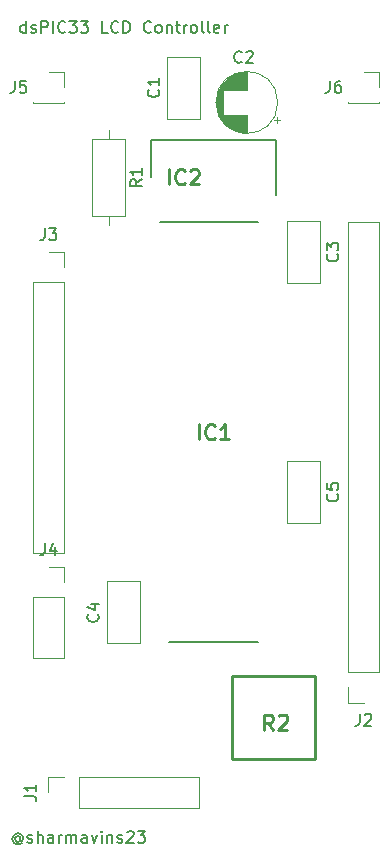
<source format=gbr>
%TF.GenerationSoftware,KiCad,Pcbnew,(5.1.9)-1*%
%TF.CreationDate,2021-01-02T17:40:18-05:00*%
%TF.ProjectId,dsPIC33-schematic,64735049-4333-4332-9d73-6368656d6174,rev?*%
%TF.SameCoordinates,Original*%
%TF.FileFunction,Legend,Top*%
%TF.FilePolarity,Positive*%
%FSLAX46Y46*%
G04 Gerber Fmt 4.6, Leading zero omitted, Abs format (unit mm)*
G04 Created by KiCad (PCBNEW (5.1.9)-1) date 2021-01-02 17:40:18*
%MOMM*%
%LPD*%
G01*
G04 APERTURE LIST*
%ADD10C,0.150000*%
%ADD11C,0.200000*%
%ADD12C,0.120000*%
%ADD13C,0.254000*%
G04 APERTURE END LIST*
D10*
X127628095Y-65222380D02*
X127628095Y-64222380D01*
X127628095Y-65174761D02*
X127532857Y-65222380D01*
X127342380Y-65222380D01*
X127247142Y-65174761D01*
X127199523Y-65127142D01*
X127151904Y-65031904D01*
X127151904Y-64746190D01*
X127199523Y-64650952D01*
X127247142Y-64603333D01*
X127342380Y-64555714D01*
X127532857Y-64555714D01*
X127628095Y-64603333D01*
X128056666Y-65174761D02*
X128151904Y-65222380D01*
X128342380Y-65222380D01*
X128437619Y-65174761D01*
X128485238Y-65079523D01*
X128485238Y-65031904D01*
X128437619Y-64936666D01*
X128342380Y-64889047D01*
X128199523Y-64889047D01*
X128104285Y-64841428D01*
X128056666Y-64746190D01*
X128056666Y-64698571D01*
X128104285Y-64603333D01*
X128199523Y-64555714D01*
X128342380Y-64555714D01*
X128437619Y-64603333D01*
X128913809Y-65222380D02*
X128913809Y-64222380D01*
X129294761Y-64222380D01*
X129390000Y-64270000D01*
X129437619Y-64317619D01*
X129485238Y-64412857D01*
X129485238Y-64555714D01*
X129437619Y-64650952D01*
X129390000Y-64698571D01*
X129294761Y-64746190D01*
X128913809Y-64746190D01*
X129913809Y-65222380D02*
X129913809Y-64222380D01*
X130961428Y-65127142D02*
X130913809Y-65174761D01*
X130770952Y-65222380D01*
X130675714Y-65222380D01*
X130532857Y-65174761D01*
X130437619Y-65079523D01*
X130390000Y-64984285D01*
X130342380Y-64793809D01*
X130342380Y-64650952D01*
X130390000Y-64460476D01*
X130437619Y-64365238D01*
X130532857Y-64270000D01*
X130675714Y-64222380D01*
X130770952Y-64222380D01*
X130913809Y-64270000D01*
X130961428Y-64317619D01*
X131294761Y-64222380D02*
X131913809Y-64222380D01*
X131580476Y-64603333D01*
X131723333Y-64603333D01*
X131818571Y-64650952D01*
X131866190Y-64698571D01*
X131913809Y-64793809D01*
X131913809Y-65031904D01*
X131866190Y-65127142D01*
X131818571Y-65174761D01*
X131723333Y-65222380D01*
X131437619Y-65222380D01*
X131342380Y-65174761D01*
X131294761Y-65127142D01*
X132247142Y-64222380D02*
X132866190Y-64222380D01*
X132532857Y-64603333D01*
X132675714Y-64603333D01*
X132770952Y-64650952D01*
X132818571Y-64698571D01*
X132866190Y-64793809D01*
X132866190Y-65031904D01*
X132818571Y-65127142D01*
X132770952Y-65174761D01*
X132675714Y-65222380D01*
X132390000Y-65222380D01*
X132294761Y-65174761D01*
X132247142Y-65127142D01*
X134532857Y-65222380D02*
X134056666Y-65222380D01*
X134056666Y-64222380D01*
X135437619Y-65127142D02*
X135390000Y-65174761D01*
X135247142Y-65222380D01*
X135151904Y-65222380D01*
X135009047Y-65174761D01*
X134913809Y-65079523D01*
X134866190Y-64984285D01*
X134818571Y-64793809D01*
X134818571Y-64650952D01*
X134866190Y-64460476D01*
X134913809Y-64365238D01*
X135009047Y-64270000D01*
X135151904Y-64222380D01*
X135247142Y-64222380D01*
X135390000Y-64270000D01*
X135437619Y-64317619D01*
X135866190Y-65222380D02*
X135866190Y-64222380D01*
X136104285Y-64222380D01*
X136247142Y-64270000D01*
X136342380Y-64365238D01*
X136390000Y-64460476D01*
X136437619Y-64650952D01*
X136437619Y-64793809D01*
X136390000Y-64984285D01*
X136342380Y-65079523D01*
X136247142Y-65174761D01*
X136104285Y-65222380D01*
X135866190Y-65222380D01*
X138199523Y-65127142D02*
X138151904Y-65174761D01*
X138009047Y-65222380D01*
X137913809Y-65222380D01*
X137770952Y-65174761D01*
X137675714Y-65079523D01*
X137628095Y-64984285D01*
X137580476Y-64793809D01*
X137580476Y-64650952D01*
X137628095Y-64460476D01*
X137675714Y-64365238D01*
X137770952Y-64270000D01*
X137913809Y-64222380D01*
X138009047Y-64222380D01*
X138151904Y-64270000D01*
X138199523Y-64317619D01*
X138770952Y-65222380D02*
X138675714Y-65174761D01*
X138628095Y-65127142D01*
X138580476Y-65031904D01*
X138580476Y-64746190D01*
X138628095Y-64650952D01*
X138675714Y-64603333D01*
X138770952Y-64555714D01*
X138913809Y-64555714D01*
X139009047Y-64603333D01*
X139056666Y-64650952D01*
X139104285Y-64746190D01*
X139104285Y-65031904D01*
X139056666Y-65127142D01*
X139009047Y-65174761D01*
X138913809Y-65222380D01*
X138770952Y-65222380D01*
X139532857Y-64555714D02*
X139532857Y-65222380D01*
X139532857Y-64650952D02*
X139580476Y-64603333D01*
X139675714Y-64555714D01*
X139818571Y-64555714D01*
X139913809Y-64603333D01*
X139961428Y-64698571D01*
X139961428Y-65222380D01*
X140294761Y-64555714D02*
X140675714Y-64555714D01*
X140437619Y-64222380D02*
X140437619Y-65079523D01*
X140485238Y-65174761D01*
X140580476Y-65222380D01*
X140675714Y-65222380D01*
X141009047Y-65222380D02*
X141009047Y-64555714D01*
X141009047Y-64746190D02*
X141056666Y-64650952D01*
X141104285Y-64603333D01*
X141199523Y-64555714D01*
X141294761Y-64555714D01*
X141770952Y-65222380D02*
X141675714Y-65174761D01*
X141628095Y-65127142D01*
X141580476Y-65031904D01*
X141580476Y-64746190D01*
X141628095Y-64650952D01*
X141675714Y-64603333D01*
X141770952Y-64555714D01*
X141913809Y-64555714D01*
X142009047Y-64603333D01*
X142056666Y-64650952D01*
X142104285Y-64746190D01*
X142104285Y-65031904D01*
X142056666Y-65127142D01*
X142009047Y-65174761D01*
X141913809Y-65222380D01*
X141770952Y-65222380D01*
X142675714Y-65222380D02*
X142580476Y-65174761D01*
X142532857Y-65079523D01*
X142532857Y-64222380D01*
X143199523Y-65222380D02*
X143104285Y-65174761D01*
X143056666Y-65079523D01*
X143056666Y-64222380D01*
X143961428Y-65174761D02*
X143866190Y-65222380D01*
X143675714Y-65222380D01*
X143580476Y-65174761D01*
X143532857Y-65079523D01*
X143532857Y-64698571D01*
X143580476Y-64603333D01*
X143675714Y-64555714D01*
X143866190Y-64555714D01*
X143961428Y-64603333D01*
X144009047Y-64698571D01*
X144009047Y-64793809D01*
X143532857Y-64889047D01*
X144437619Y-65222380D02*
X144437619Y-64555714D01*
X144437619Y-64746190D02*
X144485238Y-64650952D01*
X144532857Y-64603333D01*
X144628095Y-64555714D01*
X144723333Y-64555714D01*
X127127619Y-133326190D02*
X127080000Y-133278571D01*
X126984761Y-133230952D01*
X126889523Y-133230952D01*
X126794285Y-133278571D01*
X126746666Y-133326190D01*
X126699047Y-133421428D01*
X126699047Y-133516666D01*
X126746666Y-133611904D01*
X126794285Y-133659523D01*
X126889523Y-133707142D01*
X126984761Y-133707142D01*
X127080000Y-133659523D01*
X127127619Y-133611904D01*
X127127619Y-133230952D02*
X127127619Y-133611904D01*
X127175238Y-133659523D01*
X127222857Y-133659523D01*
X127318095Y-133611904D01*
X127365714Y-133516666D01*
X127365714Y-133278571D01*
X127270476Y-133135714D01*
X127127619Y-133040476D01*
X126937142Y-132992857D01*
X126746666Y-133040476D01*
X126603809Y-133135714D01*
X126508571Y-133278571D01*
X126460952Y-133469047D01*
X126508571Y-133659523D01*
X126603809Y-133802380D01*
X126746666Y-133897619D01*
X126937142Y-133945238D01*
X127127619Y-133897619D01*
X127270476Y-133802380D01*
X127746666Y-133754761D02*
X127841904Y-133802380D01*
X128032380Y-133802380D01*
X128127619Y-133754761D01*
X128175238Y-133659523D01*
X128175238Y-133611904D01*
X128127619Y-133516666D01*
X128032380Y-133469047D01*
X127889523Y-133469047D01*
X127794285Y-133421428D01*
X127746666Y-133326190D01*
X127746666Y-133278571D01*
X127794285Y-133183333D01*
X127889523Y-133135714D01*
X128032380Y-133135714D01*
X128127619Y-133183333D01*
X128603809Y-133802380D02*
X128603809Y-132802380D01*
X129032380Y-133802380D02*
X129032380Y-133278571D01*
X128984761Y-133183333D01*
X128889523Y-133135714D01*
X128746666Y-133135714D01*
X128651428Y-133183333D01*
X128603809Y-133230952D01*
X129937142Y-133802380D02*
X129937142Y-133278571D01*
X129889523Y-133183333D01*
X129794285Y-133135714D01*
X129603809Y-133135714D01*
X129508571Y-133183333D01*
X129937142Y-133754761D02*
X129841904Y-133802380D01*
X129603809Y-133802380D01*
X129508571Y-133754761D01*
X129460952Y-133659523D01*
X129460952Y-133564285D01*
X129508571Y-133469047D01*
X129603809Y-133421428D01*
X129841904Y-133421428D01*
X129937142Y-133373809D01*
X130413333Y-133802380D02*
X130413333Y-133135714D01*
X130413333Y-133326190D02*
X130460952Y-133230952D01*
X130508571Y-133183333D01*
X130603809Y-133135714D01*
X130699047Y-133135714D01*
X131032380Y-133802380D02*
X131032380Y-133135714D01*
X131032380Y-133230952D02*
X131080000Y-133183333D01*
X131175238Y-133135714D01*
X131318095Y-133135714D01*
X131413333Y-133183333D01*
X131460952Y-133278571D01*
X131460952Y-133802380D01*
X131460952Y-133278571D02*
X131508571Y-133183333D01*
X131603809Y-133135714D01*
X131746666Y-133135714D01*
X131841904Y-133183333D01*
X131889523Y-133278571D01*
X131889523Y-133802380D01*
X132794285Y-133802380D02*
X132794285Y-133278571D01*
X132746666Y-133183333D01*
X132651428Y-133135714D01*
X132460952Y-133135714D01*
X132365714Y-133183333D01*
X132794285Y-133754761D02*
X132699047Y-133802380D01*
X132460952Y-133802380D01*
X132365714Y-133754761D01*
X132318095Y-133659523D01*
X132318095Y-133564285D01*
X132365714Y-133469047D01*
X132460952Y-133421428D01*
X132699047Y-133421428D01*
X132794285Y-133373809D01*
X133175238Y-133135714D02*
X133413333Y-133802380D01*
X133651428Y-133135714D01*
X134032380Y-133802380D02*
X134032380Y-133135714D01*
X134032380Y-132802380D02*
X133984761Y-132850000D01*
X134032380Y-132897619D01*
X134080000Y-132850000D01*
X134032380Y-132802380D01*
X134032380Y-132897619D01*
X134508571Y-133135714D02*
X134508571Y-133802380D01*
X134508571Y-133230952D02*
X134556190Y-133183333D01*
X134651428Y-133135714D01*
X134794285Y-133135714D01*
X134889523Y-133183333D01*
X134937142Y-133278571D01*
X134937142Y-133802380D01*
X135365714Y-133754761D02*
X135460952Y-133802380D01*
X135651428Y-133802380D01*
X135746666Y-133754761D01*
X135794285Y-133659523D01*
X135794285Y-133611904D01*
X135746666Y-133516666D01*
X135651428Y-133469047D01*
X135508571Y-133469047D01*
X135413333Y-133421428D01*
X135365714Y-133326190D01*
X135365714Y-133278571D01*
X135413333Y-133183333D01*
X135508571Y-133135714D01*
X135651428Y-133135714D01*
X135746666Y-133183333D01*
X136175238Y-132897619D02*
X136222857Y-132850000D01*
X136318095Y-132802380D01*
X136556190Y-132802380D01*
X136651428Y-132850000D01*
X136699047Y-132897619D01*
X136746666Y-132992857D01*
X136746666Y-133088095D01*
X136699047Y-133230952D01*
X136127619Y-133802380D01*
X136746666Y-133802380D01*
X137080000Y-132802380D02*
X137699047Y-132802380D01*
X137365714Y-133183333D01*
X137508571Y-133183333D01*
X137603809Y-133230952D01*
X137651428Y-133278571D01*
X137699047Y-133373809D01*
X137699047Y-133611904D01*
X137651428Y-133707142D01*
X137603809Y-133754761D01*
X137508571Y-133802380D01*
X137222857Y-133802380D01*
X137127619Y-133754761D01*
X137080000Y-133707142D01*
D11*
%TO.C,IC1*%
X138962000Y-81280000D02*
X147256000Y-81280000D01*
X139764000Y-116840000D02*
X147256000Y-116840000D01*
D12*
%TO.C,J6*%
X154880000Y-71180000D02*
X157540000Y-71180000D01*
X154880000Y-71060000D02*
X154880000Y-71180000D01*
X157540000Y-71060000D02*
X157540000Y-71180000D01*
X157540000Y-68520000D02*
X157540000Y-69850000D01*
X156210000Y-68520000D02*
X157540000Y-68520000D01*
%TO.C,J5*%
X128210000Y-71180000D02*
X130870000Y-71180000D01*
X128210000Y-71060000D02*
X128210000Y-71180000D01*
X130870000Y-71060000D02*
X130870000Y-71180000D01*
X130870000Y-68520000D02*
X130870000Y-69850000D01*
X129540000Y-68520000D02*
X130870000Y-68520000D01*
%TO.C,C1*%
X139600000Y-67250000D02*
X142340000Y-67250000D01*
X139600000Y-72490000D02*
X142340000Y-72490000D01*
X142340000Y-72490000D02*
X142340000Y-67250000D01*
X139600000Y-72490000D02*
X139600000Y-67250000D01*
%TO.C,C2*%
X148874775Y-72845000D02*
X148874775Y-72345000D01*
X149124775Y-72595000D02*
X148624775Y-72595000D01*
X143719000Y-71404000D02*
X143719000Y-70836000D01*
X143759000Y-71638000D02*
X143759000Y-70602000D01*
X143799000Y-71797000D02*
X143799000Y-70443000D01*
X143839000Y-71925000D02*
X143839000Y-70315000D01*
X143879000Y-72035000D02*
X143879000Y-70205000D01*
X143919000Y-72131000D02*
X143919000Y-70109000D01*
X143959000Y-72218000D02*
X143959000Y-70022000D01*
X143999000Y-72298000D02*
X143999000Y-69942000D01*
X144039000Y-72371000D02*
X144039000Y-69869000D01*
X144079000Y-72439000D02*
X144079000Y-69801000D01*
X144119000Y-72503000D02*
X144119000Y-69737000D01*
X144159000Y-72563000D02*
X144159000Y-69677000D01*
X144199000Y-72620000D02*
X144199000Y-69620000D01*
X144239000Y-72674000D02*
X144239000Y-69566000D01*
X144279000Y-72725000D02*
X144279000Y-69515000D01*
X144319000Y-70080000D02*
X144319000Y-69467000D01*
X144319000Y-72773000D02*
X144319000Y-72160000D01*
X144359000Y-70080000D02*
X144359000Y-69421000D01*
X144359000Y-72819000D02*
X144359000Y-72160000D01*
X144399000Y-70080000D02*
X144399000Y-69377000D01*
X144399000Y-72863000D02*
X144399000Y-72160000D01*
X144439000Y-70080000D02*
X144439000Y-69335000D01*
X144439000Y-72905000D02*
X144439000Y-72160000D01*
X144479000Y-70080000D02*
X144479000Y-69294000D01*
X144479000Y-72946000D02*
X144479000Y-72160000D01*
X144519000Y-70080000D02*
X144519000Y-69256000D01*
X144519000Y-72984000D02*
X144519000Y-72160000D01*
X144559000Y-70080000D02*
X144559000Y-69219000D01*
X144559000Y-73021000D02*
X144559000Y-72160000D01*
X144599000Y-70080000D02*
X144599000Y-69183000D01*
X144599000Y-73057000D02*
X144599000Y-72160000D01*
X144639000Y-70080000D02*
X144639000Y-69149000D01*
X144639000Y-73091000D02*
X144639000Y-72160000D01*
X144679000Y-70080000D02*
X144679000Y-69116000D01*
X144679000Y-73124000D02*
X144679000Y-72160000D01*
X144719000Y-70080000D02*
X144719000Y-69085000D01*
X144719000Y-73155000D02*
X144719000Y-72160000D01*
X144759000Y-70080000D02*
X144759000Y-69055000D01*
X144759000Y-73185000D02*
X144759000Y-72160000D01*
X144799000Y-70080000D02*
X144799000Y-69025000D01*
X144799000Y-73215000D02*
X144799000Y-72160000D01*
X144839000Y-70080000D02*
X144839000Y-68998000D01*
X144839000Y-73242000D02*
X144839000Y-72160000D01*
X144879000Y-70080000D02*
X144879000Y-68971000D01*
X144879000Y-73269000D02*
X144879000Y-72160000D01*
X144919000Y-70080000D02*
X144919000Y-68945000D01*
X144919000Y-73295000D02*
X144919000Y-72160000D01*
X144959000Y-70080000D02*
X144959000Y-68920000D01*
X144959000Y-73320000D02*
X144959000Y-72160000D01*
X144999000Y-70080000D02*
X144999000Y-68896000D01*
X144999000Y-73344000D02*
X144999000Y-72160000D01*
X145039000Y-70080000D02*
X145039000Y-68873000D01*
X145039000Y-73367000D02*
X145039000Y-72160000D01*
X145079000Y-70080000D02*
X145079000Y-68852000D01*
X145079000Y-73388000D02*
X145079000Y-72160000D01*
X145119000Y-70080000D02*
X145119000Y-68830000D01*
X145119000Y-73410000D02*
X145119000Y-72160000D01*
X145159000Y-70080000D02*
X145159000Y-68810000D01*
X145159000Y-73430000D02*
X145159000Y-72160000D01*
X145199000Y-70080000D02*
X145199000Y-68791000D01*
X145199000Y-73449000D02*
X145199000Y-72160000D01*
X145239000Y-70080000D02*
X145239000Y-68772000D01*
X145239000Y-73468000D02*
X145239000Y-72160000D01*
X145279000Y-70080000D02*
X145279000Y-68755000D01*
X145279000Y-73485000D02*
X145279000Y-72160000D01*
X145319000Y-70080000D02*
X145319000Y-68738000D01*
X145319000Y-73502000D02*
X145319000Y-72160000D01*
X145359000Y-70080000D02*
X145359000Y-68722000D01*
X145359000Y-73518000D02*
X145359000Y-72160000D01*
X145399000Y-70080000D02*
X145399000Y-68706000D01*
X145399000Y-73534000D02*
X145399000Y-72160000D01*
X145439000Y-70080000D02*
X145439000Y-68692000D01*
X145439000Y-73548000D02*
X145439000Y-72160000D01*
X145479000Y-70080000D02*
X145479000Y-68678000D01*
X145479000Y-73562000D02*
X145479000Y-72160000D01*
X145519000Y-70080000D02*
X145519000Y-68665000D01*
X145519000Y-73575000D02*
X145519000Y-72160000D01*
X145559000Y-70080000D02*
X145559000Y-68652000D01*
X145559000Y-73588000D02*
X145559000Y-72160000D01*
X145599000Y-70080000D02*
X145599000Y-68640000D01*
X145599000Y-73600000D02*
X145599000Y-72160000D01*
X145640000Y-70080000D02*
X145640000Y-68629000D01*
X145640000Y-73611000D02*
X145640000Y-72160000D01*
X145680000Y-70080000D02*
X145680000Y-68619000D01*
X145680000Y-73621000D02*
X145680000Y-72160000D01*
X145720000Y-70080000D02*
X145720000Y-68609000D01*
X145720000Y-73631000D02*
X145720000Y-72160000D01*
X145760000Y-70080000D02*
X145760000Y-68600000D01*
X145760000Y-73640000D02*
X145760000Y-72160000D01*
X145800000Y-70080000D02*
X145800000Y-68592000D01*
X145800000Y-73648000D02*
X145800000Y-72160000D01*
X145840000Y-70080000D02*
X145840000Y-68584000D01*
X145840000Y-73656000D02*
X145840000Y-72160000D01*
X145880000Y-70080000D02*
X145880000Y-68577000D01*
X145880000Y-73663000D02*
X145880000Y-72160000D01*
X145920000Y-70080000D02*
X145920000Y-68570000D01*
X145920000Y-73670000D02*
X145920000Y-72160000D01*
X145960000Y-70080000D02*
X145960000Y-68564000D01*
X145960000Y-73676000D02*
X145960000Y-72160000D01*
X146000000Y-70080000D02*
X146000000Y-68559000D01*
X146000000Y-73681000D02*
X146000000Y-72160000D01*
X146040000Y-70080000D02*
X146040000Y-68555000D01*
X146040000Y-73685000D02*
X146040000Y-72160000D01*
X146080000Y-70080000D02*
X146080000Y-68551000D01*
X146080000Y-73689000D02*
X146080000Y-72160000D01*
X146120000Y-70080000D02*
X146120000Y-68547000D01*
X146120000Y-73693000D02*
X146120000Y-72160000D01*
X146160000Y-70080000D02*
X146160000Y-68544000D01*
X146160000Y-73696000D02*
X146160000Y-72160000D01*
X146200000Y-70080000D02*
X146200000Y-68542000D01*
X146200000Y-73698000D02*
X146200000Y-72160000D01*
X146240000Y-70080000D02*
X146240000Y-68541000D01*
X146240000Y-73699000D02*
X146240000Y-72160000D01*
X146280000Y-73700000D02*
X146280000Y-72160000D01*
X146280000Y-70080000D02*
X146280000Y-68540000D01*
X146320000Y-73700000D02*
X146320000Y-72160000D01*
X146320000Y-70080000D02*
X146320000Y-68540000D01*
X148940000Y-71120000D02*
G75*
G03*
X148940000Y-71120000I-2620000J0D01*
G01*
%TO.C,C3*%
X152500000Y-81180000D02*
X152500000Y-86420000D01*
X149760000Y-81180000D02*
X149760000Y-86420000D01*
X152500000Y-81180000D02*
X149760000Y-81180000D01*
X152500000Y-86420000D02*
X149760000Y-86420000D01*
%TO.C,C4*%
X137260000Y-111660000D02*
X137260000Y-116900000D01*
X134520000Y-111660000D02*
X134520000Y-116900000D01*
X137260000Y-111660000D02*
X134520000Y-111660000D01*
X137260000Y-116900000D02*
X134520000Y-116900000D01*
%TO.C,C5*%
X152500000Y-106740000D02*
X149760000Y-106740000D01*
X152500000Y-101500000D02*
X149760000Y-101500000D01*
X149760000Y-101500000D02*
X149760000Y-106740000D01*
X152500000Y-101500000D02*
X152500000Y-106740000D01*
D11*
%TO.C,IC2*%
X148780000Y-78970000D02*
X148780000Y-74270000D01*
X148780000Y-74270000D02*
X138240000Y-74270000D01*
X138240000Y-74270000D02*
X138240000Y-77470000D01*
D12*
%TO.C,J1*%
X129480000Y-129540000D02*
X129480000Y-128210000D01*
X129480000Y-128210000D02*
X130810000Y-128210000D01*
X132080000Y-128210000D02*
X142300000Y-128210000D01*
X142300000Y-130870000D02*
X142300000Y-128210000D01*
X132080000Y-130870000D02*
X142300000Y-130870000D01*
X132080000Y-130870000D02*
X132080000Y-128210000D01*
%TO.C,J2*%
X156210000Y-121980000D02*
X154880000Y-121980000D01*
X154880000Y-121980000D02*
X154880000Y-120650000D01*
X154880000Y-119380000D02*
X154880000Y-81220000D01*
X157540000Y-81220000D02*
X154880000Y-81220000D01*
X157540000Y-119380000D02*
X157540000Y-81220000D01*
X157540000Y-119380000D02*
X154880000Y-119380000D01*
%TO.C,J3*%
X129540000Y-83760000D02*
X130870000Y-83760000D01*
X130870000Y-83760000D02*
X130870000Y-85090000D01*
X130870000Y-86360000D02*
X130870000Y-109280000D01*
X128210000Y-109280000D02*
X130870000Y-109280000D01*
X128210000Y-86360000D02*
X128210000Y-109280000D01*
X128210000Y-86360000D02*
X130870000Y-86360000D01*
%TO.C,J4*%
X129540000Y-110430000D02*
X130870000Y-110430000D01*
X130870000Y-110430000D02*
X130870000Y-111760000D01*
X130870000Y-113030000D02*
X130870000Y-118170000D01*
X128210000Y-118170000D02*
X130870000Y-118170000D01*
X128210000Y-113030000D02*
X128210000Y-118170000D01*
X128210000Y-113030000D02*
X130870000Y-113030000D01*
%TO.C,R1*%
X134620000Y-81510000D02*
X134620000Y-80740000D01*
X134620000Y-73430000D02*
X134620000Y-74200000D01*
X135990000Y-80740000D02*
X135990000Y-74200000D01*
X133250000Y-80740000D02*
X135990000Y-80740000D01*
X133250000Y-74200000D02*
X133250000Y-80740000D01*
X135990000Y-74200000D02*
X133250000Y-74200000D01*
D13*
%TO.C,R2*%
X145090000Y-126690000D02*
X145090000Y-119690000D01*
X145090000Y-119690000D02*
X152090000Y-119690000D01*
X152090000Y-119690000D02*
X152090000Y-126690000D01*
X152090000Y-126690000D02*
X145090000Y-126690000D01*
%TO.C,IC1*%
X142270238Y-99634523D02*
X142270238Y-98364523D01*
X143600714Y-99513571D02*
X143540238Y-99574047D01*
X143358809Y-99634523D01*
X143237857Y-99634523D01*
X143056428Y-99574047D01*
X142935476Y-99453095D01*
X142875000Y-99332142D01*
X142814523Y-99090238D01*
X142814523Y-98908809D01*
X142875000Y-98666904D01*
X142935476Y-98545952D01*
X143056428Y-98425000D01*
X143237857Y-98364523D01*
X143358809Y-98364523D01*
X143540238Y-98425000D01*
X143600714Y-98485476D01*
X144810238Y-99634523D02*
X144084523Y-99634523D01*
X144447380Y-99634523D02*
X144447380Y-98364523D01*
X144326428Y-98545952D01*
X144205476Y-98666904D01*
X144084523Y-98727380D01*
%TO.C,J6*%
D10*
X153336666Y-69302380D02*
X153336666Y-70016666D01*
X153289047Y-70159523D01*
X153193809Y-70254761D01*
X153050952Y-70302380D01*
X152955714Y-70302380D01*
X154241428Y-69302380D02*
X154050952Y-69302380D01*
X153955714Y-69350000D01*
X153908095Y-69397619D01*
X153812857Y-69540476D01*
X153765238Y-69730952D01*
X153765238Y-70111904D01*
X153812857Y-70207142D01*
X153860476Y-70254761D01*
X153955714Y-70302380D01*
X154146190Y-70302380D01*
X154241428Y-70254761D01*
X154289047Y-70207142D01*
X154336666Y-70111904D01*
X154336666Y-69873809D01*
X154289047Y-69778571D01*
X154241428Y-69730952D01*
X154146190Y-69683333D01*
X153955714Y-69683333D01*
X153860476Y-69730952D01*
X153812857Y-69778571D01*
X153765238Y-69873809D01*
%TO.C,J5*%
X126666666Y-69302380D02*
X126666666Y-70016666D01*
X126619047Y-70159523D01*
X126523809Y-70254761D01*
X126380952Y-70302380D01*
X126285714Y-70302380D01*
X127619047Y-69302380D02*
X127142857Y-69302380D01*
X127095238Y-69778571D01*
X127142857Y-69730952D01*
X127238095Y-69683333D01*
X127476190Y-69683333D01*
X127571428Y-69730952D01*
X127619047Y-69778571D01*
X127666666Y-69873809D01*
X127666666Y-70111904D01*
X127619047Y-70207142D01*
X127571428Y-70254761D01*
X127476190Y-70302380D01*
X127238095Y-70302380D01*
X127142857Y-70254761D01*
X127095238Y-70207142D01*
%TO.C,C1*%
X138827142Y-70036666D02*
X138874761Y-70084285D01*
X138922380Y-70227142D01*
X138922380Y-70322380D01*
X138874761Y-70465238D01*
X138779523Y-70560476D01*
X138684285Y-70608095D01*
X138493809Y-70655714D01*
X138350952Y-70655714D01*
X138160476Y-70608095D01*
X138065238Y-70560476D01*
X137970000Y-70465238D01*
X137922380Y-70322380D01*
X137922380Y-70227142D01*
X137970000Y-70084285D01*
X138017619Y-70036666D01*
X138922380Y-69084285D02*
X138922380Y-69655714D01*
X138922380Y-69370000D02*
X137922380Y-69370000D01*
X138065238Y-69465238D01*
X138160476Y-69560476D01*
X138208095Y-69655714D01*
%TO.C,C2*%
X145883333Y-67667142D02*
X145835714Y-67714761D01*
X145692857Y-67762380D01*
X145597619Y-67762380D01*
X145454761Y-67714761D01*
X145359523Y-67619523D01*
X145311904Y-67524285D01*
X145264285Y-67333809D01*
X145264285Y-67190952D01*
X145311904Y-67000476D01*
X145359523Y-66905238D01*
X145454761Y-66810000D01*
X145597619Y-66762380D01*
X145692857Y-66762380D01*
X145835714Y-66810000D01*
X145883333Y-66857619D01*
X146264285Y-66857619D02*
X146311904Y-66810000D01*
X146407142Y-66762380D01*
X146645238Y-66762380D01*
X146740476Y-66810000D01*
X146788095Y-66857619D01*
X146835714Y-66952857D01*
X146835714Y-67048095D01*
X146788095Y-67190952D01*
X146216666Y-67762380D01*
X146835714Y-67762380D01*
%TO.C,C3*%
X153987142Y-83966666D02*
X154034761Y-84014285D01*
X154082380Y-84157142D01*
X154082380Y-84252380D01*
X154034761Y-84395238D01*
X153939523Y-84490476D01*
X153844285Y-84538095D01*
X153653809Y-84585714D01*
X153510952Y-84585714D01*
X153320476Y-84538095D01*
X153225238Y-84490476D01*
X153130000Y-84395238D01*
X153082380Y-84252380D01*
X153082380Y-84157142D01*
X153130000Y-84014285D01*
X153177619Y-83966666D01*
X153082380Y-83633333D02*
X153082380Y-83014285D01*
X153463333Y-83347619D01*
X153463333Y-83204761D01*
X153510952Y-83109523D01*
X153558571Y-83061904D01*
X153653809Y-83014285D01*
X153891904Y-83014285D01*
X153987142Y-83061904D01*
X154034761Y-83109523D01*
X154082380Y-83204761D01*
X154082380Y-83490476D01*
X154034761Y-83585714D01*
X153987142Y-83633333D01*
%TO.C,C4*%
X133707142Y-114466666D02*
X133754761Y-114514285D01*
X133802380Y-114657142D01*
X133802380Y-114752380D01*
X133754761Y-114895238D01*
X133659523Y-114990476D01*
X133564285Y-115038095D01*
X133373809Y-115085714D01*
X133230952Y-115085714D01*
X133040476Y-115038095D01*
X132945238Y-114990476D01*
X132850000Y-114895238D01*
X132802380Y-114752380D01*
X132802380Y-114657142D01*
X132850000Y-114514285D01*
X132897619Y-114466666D01*
X133135714Y-113609523D02*
X133802380Y-113609523D01*
X132754761Y-113847619D02*
X133469047Y-114085714D01*
X133469047Y-113466666D01*
%TO.C,C5*%
X153987142Y-104286666D02*
X154034761Y-104334285D01*
X154082380Y-104477142D01*
X154082380Y-104572380D01*
X154034761Y-104715238D01*
X153939523Y-104810476D01*
X153844285Y-104858095D01*
X153653809Y-104905714D01*
X153510952Y-104905714D01*
X153320476Y-104858095D01*
X153225238Y-104810476D01*
X153130000Y-104715238D01*
X153082380Y-104572380D01*
X153082380Y-104477142D01*
X153130000Y-104334285D01*
X153177619Y-104286666D01*
X153082380Y-103381904D02*
X153082380Y-103858095D01*
X153558571Y-103905714D01*
X153510952Y-103858095D01*
X153463333Y-103762857D01*
X153463333Y-103524761D01*
X153510952Y-103429523D01*
X153558571Y-103381904D01*
X153653809Y-103334285D01*
X153891904Y-103334285D01*
X153987142Y-103381904D01*
X154034761Y-103429523D01*
X154082380Y-103524761D01*
X154082380Y-103762857D01*
X154034761Y-103858095D01*
X153987142Y-103905714D01*
%TO.C,IC2*%
D13*
X139730238Y-78044523D02*
X139730238Y-76774523D01*
X141060714Y-77923571D02*
X141000238Y-77984047D01*
X140818809Y-78044523D01*
X140697857Y-78044523D01*
X140516428Y-77984047D01*
X140395476Y-77863095D01*
X140335000Y-77742142D01*
X140274523Y-77500238D01*
X140274523Y-77318809D01*
X140335000Y-77076904D01*
X140395476Y-76955952D01*
X140516428Y-76835000D01*
X140697857Y-76774523D01*
X140818809Y-76774523D01*
X141000238Y-76835000D01*
X141060714Y-76895476D01*
X141544523Y-76895476D02*
X141605000Y-76835000D01*
X141725952Y-76774523D01*
X142028333Y-76774523D01*
X142149285Y-76835000D01*
X142209761Y-76895476D01*
X142270238Y-77016428D01*
X142270238Y-77137380D01*
X142209761Y-77318809D01*
X141484047Y-78044523D01*
X142270238Y-78044523D01*
%TO.C,J1*%
D10*
X127492380Y-129873333D02*
X128206666Y-129873333D01*
X128349523Y-129920952D01*
X128444761Y-130016190D01*
X128492380Y-130159047D01*
X128492380Y-130254285D01*
X128492380Y-128873333D02*
X128492380Y-129444761D01*
X128492380Y-129159047D02*
X127492380Y-129159047D01*
X127635238Y-129254285D01*
X127730476Y-129349523D01*
X127778095Y-129444761D01*
%TO.C,J2*%
X155876666Y-122872380D02*
X155876666Y-123586666D01*
X155829047Y-123729523D01*
X155733809Y-123824761D01*
X155590952Y-123872380D01*
X155495714Y-123872380D01*
X156305238Y-122967619D02*
X156352857Y-122920000D01*
X156448095Y-122872380D01*
X156686190Y-122872380D01*
X156781428Y-122920000D01*
X156829047Y-122967619D01*
X156876666Y-123062857D01*
X156876666Y-123158095D01*
X156829047Y-123300952D01*
X156257619Y-123872380D01*
X156876666Y-123872380D01*
%TO.C,J3*%
X129206666Y-81772380D02*
X129206666Y-82486666D01*
X129159047Y-82629523D01*
X129063809Y-82724761D01*
X128920952Y-82772380D01*
X128825714Y-82772380D01*
X129587619Y-81772380D02*
X130206666Y-81772380D01*
X129873333Y-82153333D01*
X130016190Y-82153333D01*
X130111428Y-82200952D01*
X130159047Y-82248571D01*
X130206666Y-82343809D01*
X130206666Y-82581904D01*
X130159047Y-82677142D01*
X130111428Y-82724761D01*
X130016190Y-82772380D01*
X129730476Y-82772380D01*
X129635238Y-82724761D01*
X129587619Y-82677142D01*
%TO.C,J4*%
X129206666Y-108442380D02*
X129206666Y-109156666D01*
X129159047Y-109299523D01*
X129063809Y-109394761D01*
X128920952Y-109442380D01*
X128825714Y-109442380D01*
X130111428Y-108775714D02*
X130111428Y-109442380D01*
X129873333Y-108394761D02*
X129635238Y-109109047D01*
X130254285Y-109109047D01*
%TO.C,R1*%
X137442380Y-77636666D02*
X136966190Y-77970000D01*
X137442380Y-78208095D02*
X136442380Y-78208095D01*
X136442380Y-77827142D01*
X136490000Y-77731904D01*
X136537619Y-77684285D01*
X136632857Y-77636666D01*
X136775714Y-77636666D01*
X136870952Y-77684285D01*
X136918571Y-77731904D01*
X136966190Y-77827142D01*
X136966190Y-78208095D01*
X137442380Y-76684285D02*
X137442380Y-77255714D01*
X137442380Y-76970000D02*
X136442380Y-76970000D01*
X136585238Y-77065238D01*
X136680476Y-77160476D01*
X136728095Y-77255714D01*
%TO.C,R2*%
D13*
X148536333Y-124230523D02*
X148113000Y-123625761D01*
X147810619Y-124230523D02*
X147810619Y-122960523D01*
X148294428Y-122960523D01*
X148415380Y-123021000D01*
X148475857Y-123081476D01*
X148536333Y-123202428D01*
X148536333Y-123383857D01*
X148475857Y-123504809D01*
X148415380Y-123565285D01*
X148294428Y-123625761D01*
X147810619Y-123625761D01*
X149020142Y-123081476D02*
X149080619Y-123021000D01*
X149201571Y-122960523D01*
X149503952Y-122960523D01*
X149624904Y-123021000D01*
X149685380Y-123081476D01*
X149745857Y-123202428D01*
X149745857Y-123323380D01*
X149685380Y-123504809D01*
X148959666Y-124230523D01*
X149745857Y-124230523D01*
%TD*%
M02*

</source>
